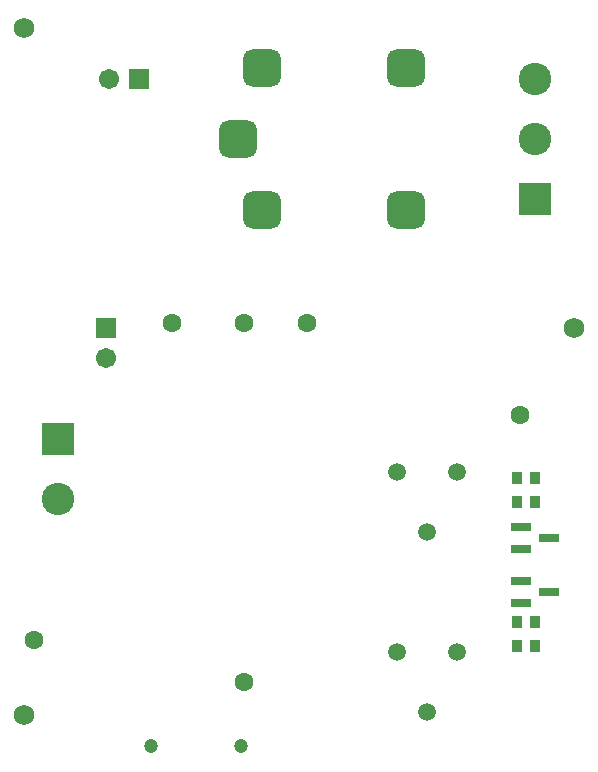
<source format=gbs>
G04*
G04 #@! TF.GenerationSoftware,Altium Limited,Altium Designer,21.6.1 (37)*
G04*
G04 Layer_Color=16711935*
%FSLAX25Y25*%
%MOIN*%
G70*
G04*
G04 #@! TF.SameCoordinates,DB9D7466-3DC1-4D53-AB26-96178D206437*
G04*
G04*
G04 #@! TF.FilePolarity,Negative*
G04*
G01*
G75*
%ADD25R,0.03556X0.04343*%
%ADD30C,0.04737*%
%ADD35R,0.06706X0.06706*%
%ADD36C,0.06706*%
%ADD37C,0.06312*%
%ADD38C,0.05918*%
%ADD39C,0.10800*%
%ADD40R,0.10800X0.10800*%
%ADD41C,0.06800*%
G04:AMPARAMS|DCode=42|XSize=126.11mil|YSize=126.11mil|CornerRadius=33.53mil|HoleSize=0mil|Usage=FLASHONLY|Rotation=0.000|XOffset=0mil|YOffset=0mil|HoleType=Round|Shape=RoundedRectangle|*
%AMROUNDEDRECTD42*
21,1,0.12611,0.05906,0,0,0.0*
21,1,0.05906,0.12611,0,0,0.0*
1,1,0.06706,0.02953,-0.02953*
1,1,0.06706,-0.02953,-0.02953*
1,1,0.06706,-0.02953,0.02953*
1,1,0.06706,0.02953,0.02953*
%
%ADD42ROUNDEDRECTD42*%
%ADD43R,0.06706X0.06706*%
%ADD69R,0.06509X0.03162*%
D25*
X303953Y168000D02*
D03*
X298047D02*
D03*
X303953Y176000D02*
D03*
X298047D02*
D03*
X303953Y216000D02*
D03*
X298047D02*
D03*
X303953Y224000D02*
D03*
X298047D02*
D03*
D30*
X206000Y134500D02*
D03*
X176000D02*
D03*
D35*
X161000Y274000D02*
D03*
D36*
Y264000D02*
D03*
X162000Y357000D02*
D03*
D37*
X183146Y275500D02*
D03*
X299000Y245000D02*
D03*
X207012Y155880D02*
D03*
X137000Y169832D02*
D03*
X228000Y275500D02*
D03*
X207012D02*
D03*
D38*
X268000Y206000D02*
D03*
X278000Y226000D02*
D03*
X258000D02*
D03*
X268000Y146000D02*
D03*
X278000Y166000D02*
D03*
X258000D02*
D03*
D39*
X304000Y357000D02*
D03*
Y337000D02*
D03*
X144953Y217000D02*
D03*
D40*
X304000Y317000D02*
D03*
X144953Y237000D02*
D03*
D41*
X317000Y274000D02*
D03*
X133858Y145000D02*
D03*
Y374000D02*
D03*
D42*
X261016Y360622D02*
D03*
Y313378D02*
D03*
X212984Y360622D02*
D03*
Y313378D02*
D03*
X205110Y337000D02*
D03*
D43*
X172000Y357000D02*
D03*
D69*
X299374Y200260D02*
D03*
Y207740D02*
D03*
X308626Y204000D02*
D03*
X299374Y182260D02*
D03*
Y189740D02*
D03*
X308626Y186000D02*
D03*
M02*

</source>
